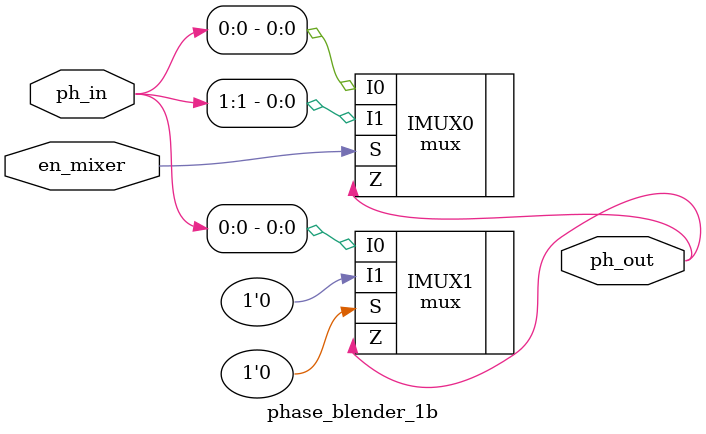
<source format=sv>

module phase_blender_1b (input [1:0] ph_in, input en_mixer, output ph_out);

mux IMUX0 (.I0(ph_in[0]), .I1(ph_in[1]), .Z(ph_out), .S(en_mixer));
mux IMUX1 (.I0(ph_in[0]), .I1(1'b0), .Z(ph_out), .S(1'b0));

endmodule



</source>
